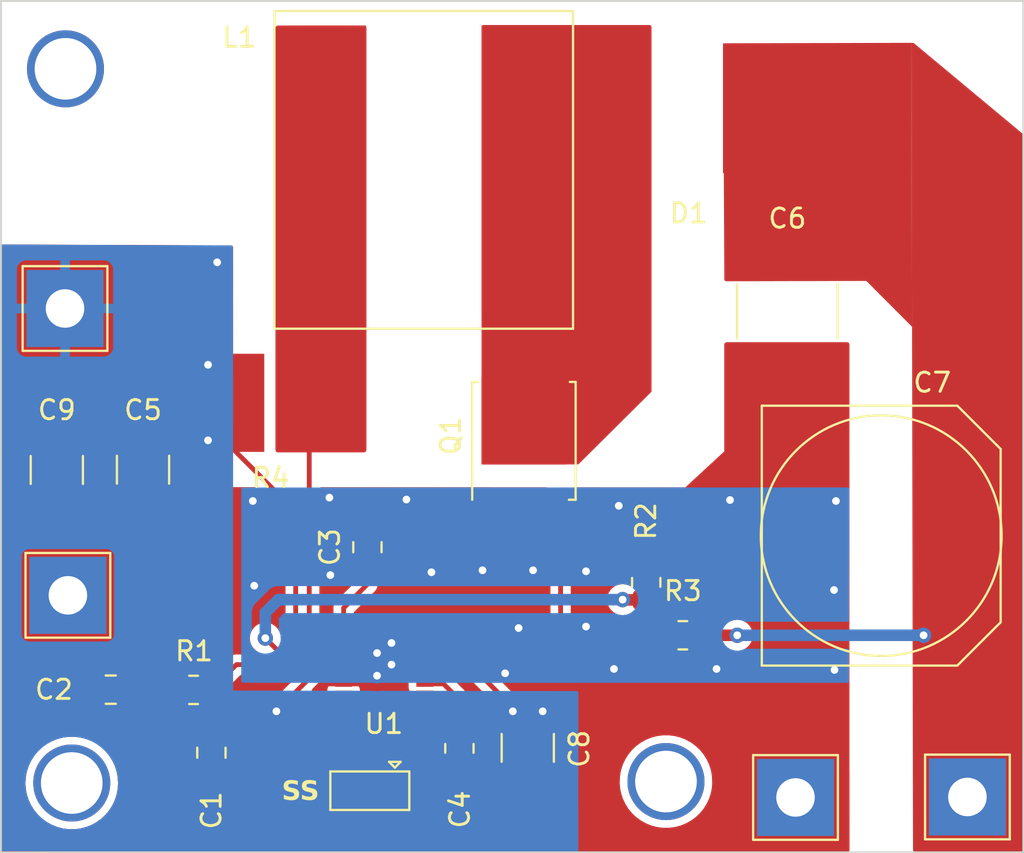
<source format=kicad_pcb>
(kicad_pcb (version 20240108) (generator "pcbnew") (generator_version "8.0")
  (layers (0 "F.Cu" signal) (31 "B.Cu" signal) (34 "B.Paste" user) (35 "F.Paste" user) (36 "B.SilkS" user "B.Silkscreen") (37 "F.SilkS" user "F.Silkscreen") (38 "B.Mask" user) (39 "F.Mask" user) (44 "Edge.Cuts" user))
  (net 0 "")
  (net 1 "+24V")
  (net 2 "GND")
  (net 3 "Net-(U1-ITH)")
  (net 4 "Net-(U1-SS)")
  (net 5 "Net-(JP1-A)")
  (net 6 "Net-(C2-Pad1)")
  (net 7 "Net-(JP1-C)")
  (net 8 "Net-(Q1-G)")
  (net 9 "Net-(U1-V_FB)")
  (net 12 "/90V")
  (net 13 "/SW1")
  (net 14 "/LR_net")
  (footprint "TestPoint:TestPoint_THTPad_4.0x4.0mm_Drill2.0mm" (layer "F.Cu") (at 109.65 106.575)
    (property "Reference" "Conn4" (hide yes))
    (property "Value" "GND" (hide yes))
    (fp_line (start -2.2 -2.2) (end 2.2 -2.2) (stroke (width 0.12)) (layer "F.SilkS"))
    (fp_line (start -2.2 2.2) (end -2.2 -2.2) (stroke (width 0.12)) (layer "F.SilkS"))
    (fp_line (start 2.2 -2.2) (end 2.2 2.2) (stroke (width 0.12)) (layer "F.SilkS"))
    (fp_line (start 2.2 2.2) (end -2.2 2.2) (stroke (width 0.12)) (layer "F.SilkS"))
    (pad "1" thru_hole rect (at 0 0) (size 4 4) (drill 2) (layers "*.Cu" "*.Mask") (net 2 "GND"))
  )
  (footprint "Roofus_board:LTC7804_MSOP" (layer "F.Cu") (at 126.075 109.925 -90)
    (property "Reference" "U1" (at 3.325 0.025 0) (layer "F.SilkS"))
    (property "Value" "LTC7804" (hide yes))
    (pad "1" smd rect (at -1.75 2.11 270) (size 0.305 0.889) (layers "F.Cu" "F.Paste" "F.Mask") (net 4 "Net-(U1-SS)"))
    (pad "2" smd rect (at -1.25 2.11 270) (size 0.305 0.889) (layers "F.Cu" "F.Paste" "F.Mask") (net 14 "/LR_net"))
    (pad "3" smd rect (at -0.75 2.11 270) (size 0.305 0.889) (layers "F.Cu" "F.Paste" "F.Mask") (net 1 "+24V"))
    (pad "4" smd rect (at -0.25 2.11 270) (size 0.305 0.889) (layers "F.Cu" "F.Paste" "F.Mask") (net 9 "Net-(U1-V_FB)"))
    (pad "5" smd rect (at 0.25 2.11 270) (size 0.305 0.889) (layers "F.Cu" "F.Paste" "F.Mask") (net 3 "Net-(U1-ITH)"))
    (pad "6" smd rect (at 0.75 2.11 270) (size 0.305 0.889) (layers "F.Cu" "F.Paste" "F.Mask") (net 1 "+24V"))
    (pad "7" smd rect (at 1.25 2.11 270) (size 0.305 0.889) (layers "F.Cu" "F.Paste" "F.Mask") (net 2 "GND"))
    (pad "8" smd rect (at 1.75 2.11 270) (size 0.305 0.889) (layers "F.Cu" "F.Paste" "F.Mask") (net 7 "Net-(JP1-C)"))
    (pad "9" smd rect (at 1.75 -2.11 270) (size 0.305 0.889) (layers "F.Cu" "F.Paste" "F.Mask") (net 2 "GND"))
    (pad "10" smd rect (at 1.25 -2.11 270) (size 0.305 0.889) (layers "F.Cu" "F.Paste" "F.Mask") (net 5 "Net-(JP1-A)"))
    (pad "11" smd rect (at 0.75 -2.11 270) (size 0.305 0.889) (layers "F.Cu" "F.Paste" "F.Mask") (net 2 "GND"))
    (pad "12" smd rect (at 0.25 -2.11 270) (size 0.305 0.889) (layers "F.Cu" "F.Paste" "F.Mask") (net 1 "+24V"))
    (pad "13" smd rect (at -0.25 -2.11 270) (size 0.305 0.889) (layers "F.Cu" "F.Paste" "F.Mask") (net 8 "Net-(Q1-G)"))
    (pad "14" smd rect (at -0.75 -2.11 270) (size 0.305 0.889) (layers "F.Cu" "F.Paste" "F.Mask"))
    (pad "15" smd rect (at -1.25 -2.11 270) (size 0.305 0.889) (layers "F.Cu" "F.Paste" "F.Mask"))
    (pad "16" smd rect (at -1.75 -2.11 270) (size 0.305 0.889) (layers "F.Cu" "F.Paste" "F.Mask") (net 2 "GND"))
    (pad "TH" smd rect (at 0 0 270) (size 2.845 1.651) (layers "F.Cu" "F.Paste" "F.Mask") (net 2 "GND"))
  )
  (footprint "Capacitor_SMD:C_0805_2012Metric" (layer "F.Cu") (at 117.1 114.75 -90)
    (property "Reference" "C1" (at 3 0 90) (layer "F.SilkS"))
    (property "Value" "100pF" (hide yes))
    (fp_line (start -0.261252 0.735) (end 0.261252 0.735) (stroke (width 0.12)) (layer "F.SilkS"))
    (fp_line (start -0.261252 -0.735) (end 0.261252 -0.735) (stroke (width 0.12)) (layer "F.SilkS"))
    (pad "1" smd roundrect (at -0.95 0 270) (size 1 1.45) (layers "F.Cu" "F.Paste" "F.Mask") (net 3 "Net-(U1-ITH)"))
    (pad "2" smd roundrect (at 0.95 0 270) (size 1 1.45) (layers "F.Cu" "F.Paste" "F.Mask") (net 2 "GND"))
  )
  (footprint "Capacitor_SMD:C_2220_5650Metric" (layer "F.Cu") (at 147 91.825 -90)
    (property "Reference" "C6" (at -4.825 0 0) (layer "F.SilkS"))
    (property "Value" "10µF x3" (hide yes))
    (fp_line (start -1.415748 2.61) (end 1.415748 2.61) (stroke (width 0.12)) (layer "F.SilkS"))
    (fp_line (start -1.415748 -2.61) (end 1.415748 -2.61) (stroke (width 0.12)) (layer "F.SilkS"))
    (pad "1" smd roundrect (at -2.55 0 270) (size 1.8 5.4) (layers "F.Cu" "F.Paste" "F.Mask") (roundrect_rratio 0.138889) (net 12 "/90V"))
    (pad "2" smd roundrect (at 2.55 0 270) (size 1.8 5.4) (layers "F.Cu" "F.Paste" "F.Mask") (roundrect_rratio 0.138889) (net 2 "GND"))
  )
  (footprint "Capacitor_SMD:C_0805_2012Metric" (layer "F.Cu") (at 111.875 111.475 180)
    (property "Reference" "C2" (at 2.95 0 0) (layer "F.SilkS"))
    (property "Value" "10nF" (hide yes))
    (fp_line (start -0.261252 0.735) (end 0.261252 0.735) (stroke (width 0.12)) (layer "F.SilkS"))
    (fp_line (start -0.261252 -0.735) (end 0.261252 -0.735) (stroke (width 0.12)) (layer "F.SilkS"))
    (pad "1" smd roundrect (at -0.95 0 180) (size 1 1.45) (layers "F.Cu" "F.Paste" "F.Mask") (net 6 "Net-(C2-Pad1)"))
    (pad "2" smd roundrect (at 0.95 0 180) (size 1 1.45) (layers "F.Cu" "F.Paste" "F.Mask") (net 2 "GND"))
  )
  (footprint "Roofus_board:SRP1510CA" (layer "F.Cu") (at 128.125 84.475 90)
    (property "Reference" "L1" (at 6.875 -9.575 0) (layer "F.SilkS"))
    (property "Value" "33µH" (hide yes))
    (fp_rect (start -8.25 7.75) (end 8.25 -7.75) (stroke (width 0.12)) (fill none) (layer "F.SilkS"))
    (pad "1" smd rect (at 0 -5 90) (size 15 4) (layers "F.Cu" "F.Paste" "F.Mask") (net 14 "/LR_net"))
    (pad "2" smd rect (at 0 5 90) (size 15 4) (layers "F.Cu" "F.Paste" "F.Mask") (net 13 "/SW1"))
  )
  (footprint "Resistor_SMD:R_1210_3225Metric" (layer "F.Cu") (at 133.525 114.5 -90)
    (property "Reference" "C8" (at 0.05 -2.675 90) (layer "F.SilkS"))
    (property "Value" "10uF" (hide yes))
    (fp_line (start -0.723737 1.355) (end 0.723737 1.355) (stroke (width 0.12)) (layer "F.SilkS"))
    (fp_line (start -0.723737 -1.355) (end 0.723737 -1.355) (stroke (width 0.12)) (layer "F.SilkS"))
    (pad "1" smd roundrect (at -1.4625 0 270) (size 1.125 2.65) (layers "F.Cu" "F.Paste" "F.Mask") (roundrect_rratio 0.222222) (net 1 "+24V"))
    (pad "2" smd roundrect (at 1.4625 0 270) (size 1.125 2.65) (layers "F.Cu" "F.Paste" "F.Mask") (roundrect_rratio 0.222222) (net 2 "GND"))
  )
  (footprint "Package_TO_SOT_SMD:TDSON-8-1" (layer "F.Cu") (at 133.325 98.55 90)
    (property "Reference" "Q1" (at 0.275 -3.8 90) (layer "F.SilkS"))
    (property "Value" "BSC034N10LS5" (hide yes))
    (fp_line (start 3.06 -2.685) (end -3.06 -2.685) (stroke (width 0.12)) (layer "F.SilkS"))
    (fp_line (start 3.06 -2.385) (end 3.06 -2.685) (stroke (width 0.12)) (layer "F.SilkS"))
    (fp_line (start -3.06 2.335) (end -3.06 2.685) (stroke (width 0.12)) (layer "F.SilkS"))
    (fp_line (start 3.06 2.385) (end 3.06 2.685) (stroke (width 0.12)) (layer "F.SilkS"))
    (fp_line (start 3.06 2.685) (end -3.06 2.685) (stroke (width 0.12)) (layer "F.SilkS"))
    (pad "1" smd rect (at -2.9 -1.905 90) (size 0.85 0.5) (layers "F.Cu" "F.Paste" "F.Mask") (net 2 "GND"))
    (pad "2" smd rect (at -2.9 -0.635 90) (size 0.85 0.5) (layers "F.Cu" "F.Paste" "F.Mask") (net 2 "GND"))
    (pad "3" smd rect (at -2.9 0.635 90) (size 0.85 0.5) (layers "F.Cu" "F.Paste" "F.Mask") (net 2 "GND"))
    (pad "4" smd rect (at -2.9 1.905 90) (size 0.85 0.5) (layers "F.Cu" "F.Paste" "F.Mask") (net 8 "Net-(Q1-G)"))
    (pad "5" smd rect (at 1.05 0 90) (size 4.55 4.41) (layers "F.Cu") (net 13 "/SW1"))
  )
  (footprint "TestPoint:TestPoint_THTPad_4.0x4.0mm_Drill2.0mm" (layer "F.Cu") (at 109.5 91.675)
    (property "Reference" "Conn2" (hide yes))
    (property "Value" "24V" (hide yes))
    (fp_line (start -2.2 -2.2) (end 2.2 -2.2) (stroke (width 0.12)) (layer "F.SilkS"))
    (fp_line (start -2.2 2.2) (end -2.2 -2.2) (stroke (width 0.12)) (layer "F.SilkS"))
    (fp_line (start 2.2 -2.2) (end 2.2 2.2) (stroke (width 0.12)) (layer "F.SilkS"))
    (fp_line (start 2.2 2.2) (end -2.2 2.2) (stroke (width 0.12)) (layer "F.SilkS"))
    (pad "1" thru_hole rect (at 0 0) (size 4 4) (drill 2) (layers "*.Cu" "*.Mask") (net 1 "+24V"))
  )
  (footprint "Resistor_SMD:R_0805_2012Metric" (layer "F.Cu") (at 141.575 108.65 180)
    (property "Reference" "R3" (at 0 2.3 0) (layer "F.SilkS"))
    (property "Value" "806k" (hide yes))
    (fp_line (start -0.227064 0.735) (end 0.227064 0.735) (stroke (width 0.12)) (layer "F.SilkS"))
    (fp_line (start -0.227064 -0.735) (end 0.227064 -0.735) (stroke (width 0.12)) (layer "F.SilkS"))
    (pad "1" smd roundrect (at -0.9125 0 180) (size 1.025 1.4) (layers "F.Cu" "F.Paste" "F.Mask") (roundrect_rratio 0.243902) (net 12 "/90V"))
    (pad "2" smd roundrect (at 0.9125 0 180) (size 1.025 1.4) (layers "F.Cu" "F.Paste" "F.Mask") (roundrect_rratio 0.243902) (net 9 "Net-(U1-V_FB)"))
  )
  (footprint "Resistor_SMD:R_0805_2012Metric" (layer "F.Cu") (at 129.975 114.525 -90)
    (property "Reference" "C4" (at 3.175 -0.025 90) (layer "F.SilkS"))
    (property "Value" "4.7uF" (hide yes))
    (fp_line (start -0.227064 0.735) (end 0.227064 0.735) (stroke (width 0.12)) (layer "F.SilkS"))
    (fp_line (start -0.227064 -0.735) (end 0.227064 -0.735) (stroke (width 0.12)) (layer "F.SilkS"))
    (pad "1" smd roundrect (at -0.9125 0 270) (size 1.025 1.4) (layers "F.Cu" "F.Paste" "F.Mask") (roundrect_rratio 0.243902) (net 5 "Net-(JP1-A)"))
    (pad "2" smd roundrect (at 0.9125 0 270) (size 1.025 1.4) (layers "F.Cu" "F.Paste" "F.Mask") (roundrect_rratio 0.243902) (net 2 "GND"))
  )
  (footprint "Roofus_board:WSHM2818" (layer "F.Cu") (at 120.15 96.575 180)
    (property "Reference" "R4" (at -0.025 -3.9 0) (layer "F.SilkS"))
    (property "Value" "7mΩ" (hide yes))
    (pad "1" smd rect (at -2.055 0 180) (size 3.5 5.1) (layers "F.Cu" "F.Paste" "F.Mask") (net 14 "/LR_net"))
    (pad "2" smd rect (at 2.055 0 180) (size 3.5 5.1) (layers "F.Cu" "F.Paste" "F.Mask") (net 1 "+24V"))
  )
  (footprint "Resistor_SMD:R_1210_3225Metric" (layer "F.Cu") (at 113.55 100.05 -90)
    (property "Reference" "C5" (at -3.1 0 0) (layer "F.SilkS"))
    (property "Value" "10uF" (hide yes))
    (fp_line (start -0.723737 1.355) (end 0.723737 1.355) (stroke (width 0.12)) (layer "F.SilkS"))
    (fp_line (start -0.723737 -1.355) (end 0.723737 -1.355) (stroke (width 0.12)) (layer "F.SilkS"))
    (pad "1" smd roundrect (at -1.4625 0 270) (size 1.125 2.65) (layers "F.Cu" "F.Paste" "F.Mask") (roundrect_rratio 0.222222) (net 1 "+24V"))
    (pad "2" smd roundrect (at 1.4625 0 270) (size 1.125 2.65) (layers "F.Cu" "F.Paste" "F.Mask") (roundrect_rratio 0.222222) (net 2 "GND"))
  )
  (footprint "Roofus_board:AFK_H" (layer "F.Cu") (at 151.875 103.475 180)
    (property "Reference" "C7" (at -2.65 7.95 0) (layer "F.SilkS"))
    (property "Value" "68µF" (hide yes))
    (fp_line (start 6.2 6.75) (end -3.95 6.75) (stroke (width 0.12)) (layer "F.SilkS"))
    (fp_line (start 6.2 -6.75) (end 6.2 6.75) (stroke (width 0.12)) (layer "F.SilkS"))
    (fp_line (start 6.2 -6.75) (end -3.95 -6.75) (stroke (width 0.12)) (layer "F.SilkS"))
    (fp_line (start -6.2 4.5) (end -3.95 6.75) (stroke (width 0.12)) (layer "F.SilkS"))
    (fp_line (start -6.2 -4.5) (end -3.95 -6.75) (stroke (width 0.12)) (layer "F.SilkS"))
    (fp_line (start -6.2 -4.5) (end -6.2 4.5) (stroke (width 0.12)) (layer "F.SilkS"))
    (fp_circle (center 0 0) (end 6.25 0) (stroke (width 0.12)) (fill none) (layer "F.SilkS"))
    (pad "1" smd roundrect (at -4.55 0 180) (size 4.7 0.9) (layers "F.Cu" "F.Paste" "F.Mask") (net 12 "/90V"))
    (pad "2" smd roundrect (at 4.55 0 180) (size 4.7 0.9) (layers "F.Cu" "F.Paste" "F.Mask") (net 2 "GND"))
  )
  (footprint "Resistor_SMD:R_0805_2012Metric" (layer "F.Cu") (at 139.675 105.9 90)
    (property "Reference" "R2" (at 3.175 -0.0125 90) (layer "F.SilkS"))
    (property "Value" "11k" (hide yes))
    (fp_line (start -0.227064 -0.735) (end 0.227064 -0.735) (stroke (width 0.12)) (layer "F.SilkS"))
    (fp_line (start -0.227064 0.735) (end 0.227064 0.735) (stroke (width 0.12)) (layer "F.SilkS"))
    (pad "1" smd roundrect (at -0.9125 0 90) (size 1.025 1.4) (layers "F.Cu" "F.Paste" "F.Mask") (roundrect_rratio 0.243902) (net 9 "Net-(U1-V_FB)"))
    (pad "2" smd roundrect (at 0.9125 0 90) (size 1.025 1.4) (layers "F.Cu" "F.Paste" "F.Mask") (roundrect_rratio 0.243902) (net 2 "GND"))
  )
  (footprint "Resistor_SMD:R_1210_3225Metric" (layer "F.Cu") (at 109.075 100.0625 -90)
    (property "Reference" "C9" (at -3.1125 0 0) (layer "F.SilkS"))
    (property "Value" "10uF" (hide yes))
    (fp_line (start -0.723737 1.355) (end 0.723737 1.355) (stroke (width 0.12)) (layer "F.SilkS"))
    (fp_line (start -0.723737 -1.355) (end 0.723737 -1.355) (stroke (width 0.12)) (layer "F.SilkS"))
    (pad "1" smd roundrect (at -1.4625 0 270) (size 1.125 2.65) (layers "F.Cu" "F.Paste" "F.Mask") (roundrect_rratio 0.222222) (net 1 "+24V"))
    (pad "2" smd roundrect (at 1.4625 0 270) (size 1.125 2.65) (layers "F.Cu" "F.Paste" "F.Mask") (roundrect_rratio 0.222222) (net 2 "GND"))
  )
  (footprint "TestPoint:TestPoint_THTPad_4.0x4.0mm_Drill2.0mm" (layer "F.Cu") (at 156.35 117.05)
    (property "Reference" "Conn1" (hide yes))
    (property "Value" "90V")
    (fp_line (start -2.2 -2.2) (end 2.2 -2.2) (stroke (width 0.12)) (layer "F.SilkS"))
    (fp_line (start -2.2 2.2) (end -2.2 -2.2) (stroke (width 0.12)) (layer "F.SilkS"))
    (fp_line (start 2.2 -2.2) (end 2.2 2.2) (stroke (width 0.12)) (layer "F.SilkS"))
    (fp_line (start 2.2 2.2) (end -2.2 2.2) (stroke (width 0.12)) (layer "F.SilkS"))
    (pad "1" thru_hole rect (at 0 0) (size 4 4) (drill 2) (layers "*.Cu" "*.Mask") (net 12 "/90V"))
  )
  (footprint "Capacitor_SMD:C_0805_2012Metric" (layer "F.Cu") (at 125.2 104.075 90)
    (property "Reference" "C3" (at 0 -1.95 90) (layer "F.SilkS"))
    (property "Value" "1.0uF" (hide yes))
    (fp_line (start -0.261252 -0.735) (end 0.261252 -0.735) (stroke (width 0.12)) (layer "F.SilkS"))
    (fp_line (start -0.261252 0.735) (end 0.261252 0.735) (stroke (width 0.12)) (layer "F.SilkS"))
    (pad "1" smd roundrect (at -0.95 0 90) (size 1 1.45) (layers "F.Cu" "F.Paste" "F.Mask") (net 4 "Net-(U1-SS)"))
    (pad "2" smd roundrect (at 0.95 0 90) (size 1 1.45) (layers "F.Cu" "F.Paste" "F.Mask") (net 2 "GND"))
  )
  (footprint "Jumper:SolderJumper-3_P1.3mm_Open_Pad1.0x1.5mm" (layer "F.Cu") (at 125.325 116.725 180)
    (property "Reference" "JP1" (hide yes))
    (property "Value" "Spread spectrum select" (hide yes))
    (fp_line (start 2.05 1) (end -2.05 1) (stroke (width 0.12)) (layer "F.SilkS"))
    (fp_line (start 2.05 -1) (end 2.05 1) (stroke (width 0.12)) (layer "F.SilkS"))
    (fp_line (start -1.3 1.2) (end -1 1.5) (stroke (width 0.12)) (layer "F.SilkS"))
    (fp_line (start -1.3 1.2) (end -1.6 1.5) (stroke (width 0.12)) (layer "F.SilkS"))
    (fp_line (start -1.6 1.5) (end -1 1.5) (stroke (width 0.12)) (layer "F.SilkS"))
    (fp_line (start -2.05 1) (end -2.05 -1) (stroke (width 0.12)) (layer "F.SilkS"))
    (fp_line (start -2.05 -1) (end 2.05 -1) (stroke (width 0.12)) (layer "F.SilkS"))
    (pad "1" smd rect (at -1.3 0 180) (size 1 1.5) (layers "F.Cu" "F.Mask") (net 5 "Net-(JP1-A)"))
    (pad "2" smd rect (at 0 0 180) (size 1 1.5) (layers "F.Cu" "F.Mask") (net 7 "Net-(JP1-C)"))
    (pad "3" smd rect (at 1.3 0 180) (size 1 1.5) (layers "F.Cu" "F.Mask") (net 2 "GND"))
  )
  (footprint "Roofus_board:D-PAK" (layer "F.Cu") (at 142.775 81.275 -90)
    (property "Reference" "D1" (at 5.45 0.9 0) (layer "F.SilkS"))
    (property "Value" "VS-12CWQ10FN-M3" (hide yes))
    (pad "1" smd rect (at -2.28 4 270) (size 1.524 2.28) (layers "F.Cu" "F.Paste" "F.Mask") (net 13 "/SW1"))
    (pad "2" smd rect (at 2.28 4 270) (size 1.524 2.28) (layers "F.Cu" "F.Paste" "F.Mask") (net 13 "/SW1"))
    (pad "3" smd rect (at 0 -4 270) (size 6.74 6.23) (layers "F.Cu" "F.Paste" "F.Mask") (net 12 "/90V"))
  )
  (footprint "TestPoint:TestPoint_THTPad_4.0x4.0mm_Drill2.0mm" (layer "F.Cu") (at 147.425 117.075)
    (property "Reference" "Conn3" (hide yes))
    (property "Value" "GND" (hide yes))
    (fp_line (start -2.2 -2.2) (end 2.2 -2.2) (stroke (width 0.12)) (layer "F.SilkS"))
    (fp_line (start -2.2 2.2) (end -2.2 -2.2) (stroke (width 0.12)) (layer "F.SilkS"))
    (fp_line (start 2.2 -2.2) (end 2.2 2.2) (stroke (width 0.12)) (layer "F.SilkS"))
    (fp_line (start 2.2 2.2) (end -2.2 2.2) (stroke (width 0.12)) (layer "F.SilkS"))
    (pad "1" thru_hole rect (at 0 0) (size 4 4) (drill 2) (layers "*.Cu" "*.Mask") (net 2 "GND"))
  )
  (footprint "Resistor_SMD:R_0805_2012Metric" (layer "F.Cu") (at 116.175 111.4875 180)
    (property "Reference" "R1" (at -0.025 2.0125 0) (layer "F.SilkS"))
    (property "Value" "45.3k" (hide yes))
    (fp_line (start -0.227064 0.735) (end 0.227064 0.735) (stroke (width 0.12)) (layer "F.SilkS"))
    (fp_line (start -0.227064 -0.735) (end 0.227064 -0.735) (stroke (width 0.12)) (layer "F.SilkS"))
    (pad "1" smd roundrect (at -0.9125 0 180) (size 1.025 1.4) (layers "F.Cu" "F.Paste" "F.Mask") (roundrect_rratio 0.243902) (net 3 "Net-(U1-ITH)"))
    (pad "2" smd roundrect (at 0.9125 0 180) (size 1.025 1.4) (layers "F.Cu" "F.Paste" "F.Mask") (roundrect_rratio 0.243902) (net 6 "Net-(C2-Pad1)"))
  )
  (gr_rect (start 106.175 75.7) (end 159.25 119.925) (stroke (width 0.1)) (fill none) (layer "Edge.Cuts"))
  (gr_text "SS" (at 120.75 117.375 0) (layer "F.SilkS") (effects (font (size 1 1) (thickness 0.15) (bold yes)) (justify left bottom)))
  (via (at 109.525 79.225) (size 4) (drill 3.2) (layers "F.Cu" "B.Cu") (net 0))
  (via (at 140.7 116.25) (size 4) (drill 3.2) (layers "F.Cu" "B.Cu") (net 0))
  (via (at 109.85 116.325) (size 4) (drill 3.2) (layers "F.Cu" "B.Cu") (net 0))
  (segment (start 121.475 108.2) (end 121.475 102.225) (width 0.25) (layer "F.Cu") (net 1))
  (segment (start 134.3 112.6) (end 133.9625 112.6) (width 0.25) (layer "F.Cu") (net 1))
  (segment (start 121.475 102.225) (end 118.07 98.82) (width 0.25) (layer "F.Cu") (net 1))
  (segment (start 122.45 109.175) (end 121.475 108.2) (width 0.25) (layer "F.Cu") (net 1))
  (segment (start 120.475 112.6) (end 122.4 110.675) (width 0.25) (layer "F.Cu") (net 1))
  (segment (start 132.7375 112.3875) (end 130.525 110.175) (width 0.25) (layer "F.Cu") (net 1))
  (segment (start 132.75 112.6) (end 133.0875 112.6) (width 0.25) (layer "F.Cu") (net 1))
  (segment (start 133.9625 112.6) (end 133.525 113.0375) (width 0.25) (layer "F.Cu") (net 1))
  (segment (start 130.525 110.175) (end 128.185 110.175) (width 0.25) (layer "F.Cu") (net 1))
  (segment (start 118.07 98.82) (end 118.07 96.2) (width 0.25) (layer "F.Cu") (net 1))
  (segment (start 123.965 109.175) (end 122.45 109.175) (width 0.25) (layer "F.Cu") (net 1))
  (segment (start 133.0875 112.6) (end 133.525 113.0375) (width 0.25) (layer "F.Cu") (net 1))
  (segment (start 122.4 110.675) (end 123.965 110.675) (width 0.25) (layer "F.Cu") (net 1))
  (via (at 134.3 112.6) (size 0.8) (drill 0.4) (layers "F.Cu" "B.Cu") (net 1))
  (via (at 116.925 94.6) (size 0.8) (drill 0.4) (layers "F.Cu" "B.Cu") (net 1))
  (via (at 120.475 112.6) (size 0.8) (drill 0.4) (layers "F.Cu" "B.Cu") (net 1))
  (via (at 132.75 112.6) (size 0.8) (drill 0.4) (layers "F.Cu" "B.Cu") (net 1))
  (via (at 116.925 98.525) (size 0.8) (drill 0.4) (layers "F.Cu" "B.Cu") (net 1))
  (via (at 117.4 89.275) (size 0.8) (drill 0.4) (layers "F.Cu" "B.Cu") (net 1))
  (segment (start 128.185 111.675) (end 128.725 111.675) (width 0.25) (layer "F.Cu") (net 2))
  (segment (start 123.965 111.175) (end 125.575 111.175) (width 0.25) (layer "F.Cu") (net 2))
  (segment (start 130.1 110.675) (end 130.275 110.85) (width 0.25) (layer "F.Cu") (net 2))
  (segment (start 122.775 111.175) (end 122.45 111.5) (width 0.25) (layer "F.Cu") (net 2))
  (segment (start 128.185 110.675) (end 126.825 110.675) (width 0.25) (layer "F.Cu") (net 2))
  (segment (start 125.575 110.425) (end 126.075 109.925) (width 0.25) (layer "F.Cu") (net 2))
  (segment (start 128.725 111.675) (end 129.15 112.1) (width 0.25) (layer "F.Cu") (net 2))
  (segment (start 123.965 111.175) (end 122.775 111.175) (width 0.25) (layer "F.Cu") (net 2))
  (segment (start 128.185 108.175) (end 129 108.175) (width 0.25) (layer "F.Cu") (net 2))
  (segment (start 128.185 110.675) (end 130.1 110.675) (width 0.25) (layer "F.Cu") (net 2))
  (via (at 136.55 105.325) (size 0.8) (drill 0.4) (layers "F.Cu" "B.Cu") (net 2))
  (via (at 128.525 105.375) (size 0.8) (drill 0.4) (layers "F.Cu" "B.Cu") (net 2))
  (via (at 143.325 110.4) (size 0.8) (drill 0.4) (layers "F.Cu" "B.Cu") (net 2))
  (via (at 123.225 101.5) (size 0.8) (drill 0.4) (layers "F.Cu" "B.Cu") (net 2))
  (via (at 127.225 101.6) (size 0.8) (drill 0.4) (layers "F.Cu" "B.Cu") (net 2))
  (via (at 149.45 110.45) (size 0.8) (drill 0.4) (layers "F.Cu" "B.Cu") (net 2))
  (via (at 144.025 101.625) (size 0.8) (drill 0.4) (layers "F.Cu" "B.Cu") (net 2))
  (via (at 138.25 101.925) (size 0.8) (drill 0.4) (layers "F.Cu" "B.Cu") (net 2))
  (via (at 136.55 108.2) (size 0.8) (drill 0.4) (layers "F.Cu" "B.Cu") (net 2))
  (via (at 133.8 105.275) (size 0.8) (drill 0.4) (layers "F.Cu" "B.Cu") (net 2))
  (via (at 132.35 110.625) (size 0.8) (drill 0.4) (layers "F.Cu" "B.Cu") (net 2))
  (via (at 123.275 105.525) (size 0.8) (drill 0.4) (layers "F.Cu" "B.Cu") (net 2))
  (via (at 119.25 101.675) (size 0.8) (drill 0.4) (layers "F.Cu" "B.Cu") (net 2))
  (via (at 149.525 101.675) (size 0.8) (drill 0.4) (layers "F.Cu" "B.Cu") (net 2))
  (via (at 125.7 109.575) (size 0.8) (drill 0.4) (layers "F.Cu" "B.Cu") (net 2))
  (via (at 131.175 105.275) (size 0.8) (drill 0.4) (layers "F.Cu" "B.Cu") (net 2))
  (via (at 126.45 109.05) (size 0.8) (drill 0.4) (layers "F.Cu" "B.Cu") (net 2))
  (via (at 125.7 110.75) (size 0.8) (drill 0.4) (layers "F.Cu" "B.Cu") (net 2))
  (via (at 138 110.4) (size 0.8) (drill 0.4) (layers "F.Cu" "B.Cu") (net 2))
  (via (at 149.425 106.3) (size 0.8) (drill 0.4) (layers "F.Cu" "B.Cu") (net 2))
  (via (at 126.45 110.175) (size 0.8) (drill 0.4) (layers "F.Cu" "B.Cu") (net 2))
  (via (at 133.05 108.275) (size 0.8) (drill 0.4) (layers "F.Cu" "B.Cu") (net 2))
  (via (at 119.325 106.075) (size 0.8) (drill 0.4) (layers "F.Cu" "B.Cu") (net 2))
  (segment (start 117.1 111.5) (end 117.0875 111.4875) (width 0.4) (layer "F.Cu") (net 3))
  (segment (start 117.0875 111.4875) (end 117.0875 113.7875) (width 0.6) (layer "F.Cu") (net 3))
  (segment (start 117.0875 113.7875) (end 117.1 113.8) (width 0.6) (layer "F.Cu") (net 3))
  (segment (start 118.4 110.175) (end 117.0875 111.4875) (width 0.25) (layer "F.Cu") (net 3))
  (segment (start 123.965 110.175) (end 118.4 110.175) (width 0.25) (layer "F.Cu") (net 3))
  (segment (start 123.965 107.235) (end 125.2 106) (width 0.25) (layer "F.Cu") (net 4))
  (segment (start 123.965 108.175) (end 123.965 107.235) (width 0.25) (layer "F.Cu") (net 4))
  (segment (start 125.2 106) (end 125.2 105.025) (width 0.25) (layer "F.Cu") (net 4))
  (segment (start 129.15 111.175) (end 128.185 111.175) (width 0.25) (layer "F.Cu") (net 5))
  (segment (start 129.975 113.6125) (end 129.975 112) (width 0.25) (layer "F.Cu") (net 5))
  (segment (start 129.975 113.6125) (end 127.6625 113.6125) (width 0.25) (layer "F.Cu") (net 5))
  (segment (start 127.6625 113.6125) (end 126.625 114.65) (width 0.25) (layer "F.Cu") (net 5))
  (segment (start 129.975 112) (end 129.15 111.175) (width 0.25) (layer "F.Cu") (net 5))
  (segment (start 126.625 114.65) (end 126.625 116.725) (width 0.25) (layer "F.Cu") (net 5))
  (segment (start 112.8375 111.4875) (end 112.825 111.475) (width 0.6) (layer "F.Cu") (net 6))
  (segment (start 115.2625 111.4875) (end 112.8375 111.4875) (width 0.6) (layer "F.Cu") (net 6))
  (segment (start 123.965 111.675) (end 123.965 113.29) (width 0.25) (layer "F.Cu") (net 7))
  (segment (start 125.325 114.65) (end 125.325 116.725) (width 0.25) (layer "F.Cu") (net 7))
  (segment (start 123.965 113.29) (end 125.325 114.65) (width 0.25) (layer "F.Cu") (net 7))
  (segment (start 135.23 107.945) (end 135.23 101.45) (width 0.25) (layer "F.Cu") (net 8))
  (segment (start 128.185 109.675) (end 133.5 109.675) (width 0.25) (layer "F.Cu") (net 8))
  (segment (start 133.5 109.675) (end 135.23 107.945) (width 0.25) (layer "F.Cu") (net 8))
  (segment (start 139.675 106.8125) (end 139.675 107.6625) (width 0.6) (layer "F.Cu") (net 9))
  (segment (start 139.675 107.6625) (end 140.6625 108.65) (width 0.6) (layer "F.Cu") (net 9))
  (segment (start 120.775 109.675) (end 123.965 109.675) (width 0.25) (layer "F.Cu") (net 9))
  (segment (start 119.9 108.8) (end 120.775 109.675) (width 0.25) (layer "F.Cu") (net 9))
  (segment (start 139.675 106.8125) (end 138.4625 106.8125) (width 0.6) (layer "F.Cu") (net 9))
  (segment (start 138.4625 106.8125) (end 138.45 106.8) (width 0.6) (layer "F.Cu") (net 9))
  (via (at 119.9 108.8) (size 0.8) (drill 0.4) (layers "F.Cu" "B.Cu") (net 9))
  (via (at 138.45 106.8) (size 0.8) (drill 0.4) (layers "F.Cu" "B.Cu") (net 9))
  (segment (start 119.9 107.475) (end 119.9 108.8) (width 0.6) (layer "B.Cu") (net 9))
  (segment (start 138.45 106.8) (end 120.575 106.8) (width 0.6) (layer "B.Cu") (net 9))
  (segment (start 120.575 106.8) (end 119.9 107.475) (width 0.6) (layer "B.Cu") (net 9))
  (segment (start 144.4 108.65) (end 142.4875 108.65) (width 0.6) (layer "F.Cu") (net 12))
  (via (at 154.075 108.65) (size 0.8) (drill 0.4) (layers "F.Cu" "B.Cu") (net 12))
  (via (at 144.4 108.65) (size 0.8) (drill 0.4) (layers "F.Cu" "B.Cu") (net 12))
  (segment (start 144.4 108.65) (end 154.075 108.65) (width 0.6) (layer "B.Cu") (net 12))
  (segment (start 131.3 86.275) (end 131.305 86.27) (width 0.25) (layer "F.Cu") (net 13))
  (segment (start 131.325 86.25) (end 131.325 85.275) (width 0.25) (layer "F.Cu") (net 13))
  (segment (start 131.3 86.275) (end 131.325 86.25) (width 0.25) (layer "F.Cu") (net 13))
  (segment (start 122.18 96.2) (end 122.18 107.855) (width 0.25) (layer "F.Cu") (net 14))
  (segment (start 123 108.675) (end 123.965 108.675) (width 0.25) (layer "F.Cu") (net 14))
  (segment (start 122.18 107.855) (end 123 108.675) (width 0.25) (layer "F.Cu") (net 14))
  (zone (net 12) (net_name "/90V") (layer "F.Cu") (name "90V") (connect_pads yes (clearance 0.4)) (min_thickness 0.2) (fill yes (thermal_gap 0.5) (thermal_bridge_width 0.5))
    (polygon (pts (xy 153.6 92.75) (xy 151.1 90.243158) (xy 143.729489 90.261316) (xy 143.674293 77.9) (xy 153.55 77.875)))
  )
  (zone (net 14) (net_name "/LR_net") (layer "F.Cu") (connect_pads yes (clearance 0.4)) (min_thickness 0.254) (fill yes (thermal_gap 0.508) (thermal_bridge_width 0.508))
    (polygon (pts (xy 125.15 99.15) (xy 120.425 99.15) (xy 120.425 76.975) (xy 125.15 76.975)))
  )
  (zone (net 1) (net_name "+24V") (layer "F.Cu") (name "90V") (connect_pads yes (clearance 0.4)) (min_thickness 0.2) (fill yes (thermal_gap 0.5) (thermal_bridge_width 0.5))
    (polygon (pts (xy 118.224481 99.125294) (xy 106.199601 99.125637) (xy 106.175149 88.350349) (xy 118.225 88.4)))
  )
  (zone (net 2) (net_name "GND") (layer "F.Cu") (name "90V") (connect_pads (clearance 0.4)) (min_thickness 0.2) (fill yes (thermal_gap 0.5) (thermal_bridge_width 0.5))
    (polygon (pts (xy 127.980616 116.055132) (xy 127.985102 119.899647) (xy 106.179148 119.923899) (xy 106.174662 116.104384)))
  )
  (zone (net 2) (net_name "GND") (layer "F.Cu") (priority 2) (connect_pads yes (clearance 0.4)) (min_thickness 0.25) (fill yes (thermal_gap 0.5) (thermal_bridge_width 0.5))
    (polygon (pts (xy 143.725 99.1) (xy 141.425 101.225) (xy 150.224434 101.24994) (xy 150.225 93.425) (xy 143.725 93.425)))
  )
  (zone (net 13) (net_name "/SW1") (layer "F.Cu") (name "90V") (connect_pads yes (clearance 0.4)) (min_thickness 0.2) (fill yes (thermal_gap 0.5) (thermal_bridge_width 0.5))
    (polygon (pts (xy 139.95 96) (xy 136.15 99.775) (xy 131.125 99.775) (xy 131.125 76.95) (xy 139.95 76.95)))
  )
  (zone (net 2) (net_name "GND") (layer "F.Cu") (name "90V") (connect_pads yes (clearance 0.4)) (min_thickness 0.2) (fill yes (thermal_gap 0.5) (thermal_bridge_width 0.5))
    (polygon (pts (xy 150.227062 115.832226) (xy 150.229606 119.906216) (xy 127.625458 119.908654) (xy 127.622914 115.859664)))
  )
  (zone (net 12) (net_name "/90V") (layer "F.Cu") (priority 1) (connect_pads yes (clearance 0.4)) (min_thickness 0.25) (fill yes (thermal_gap 0.5) (thermal_bridge_width 0.5))
    (polygon (pts (xy 153.45 77.875) (xy 153.55 77.875) (xy 159.25 82.625) (xy 159.275 119.95) (xy 153.525 119.925)))
  )
  (zone (net 2) (net_name "GND") (layer "F.Cu") (name "Top_GND_pour") (connect_pads yes (clearance 0.4)) (min_thickness 0.2) (fill yes (thermal_gap 0.5) (thermal_bridge_width 0.5))
    (polygon (pts (xy 150.224808 116.324915) (xy 106.175794 116.247041) (xy 106.152767 100.947755) (xy 150.224434 100.97494)))
  )
  (zone (net 2) (net_name "GND") (layer "B.Cu") (name "90V") (connect_pads yes (clearance 0.4)) (min_thickness 0.2) (fill yes (thermal_gap 0.5) (thermal_bridge_width 0.5))
    (polygon (pts (xy 150.195453 111.119633) (xy 118.649501 111.124377) (xy 118.649904 100.975011) (xy 150.220453 100.969633)))
  )
  (zone (net 1) (net_name "+24V") (layer "B.Cu") (name "90V") (connect_pads (clearance 0.4)) (min_thickness 0.2) (fill yes (thermal_gap 0.5) (thermal_bridge_width 0.5))
    (polygon (pts (xy 118.229353 119.936612) (xy 106.180441 119.861521) (xy 106.174788 88.349914) (xy 118.225 88.4)))
  )
  (zone (net 1) (net_name "+24V") (layer "B.Cu") (name "90V") (connect_pads yes (clearance 0.4)) (min_thickness 0.2) (fill yes (thermal_gap 0.5) (thermal_bridge_width 0.5))
    (polygon (pts (xy 136.148543 119.95196) (xy 106.135059 119.831232) (xy 106.138481 111.503498) (xy 136.151965 111.549226)))
  )
)
</source>
